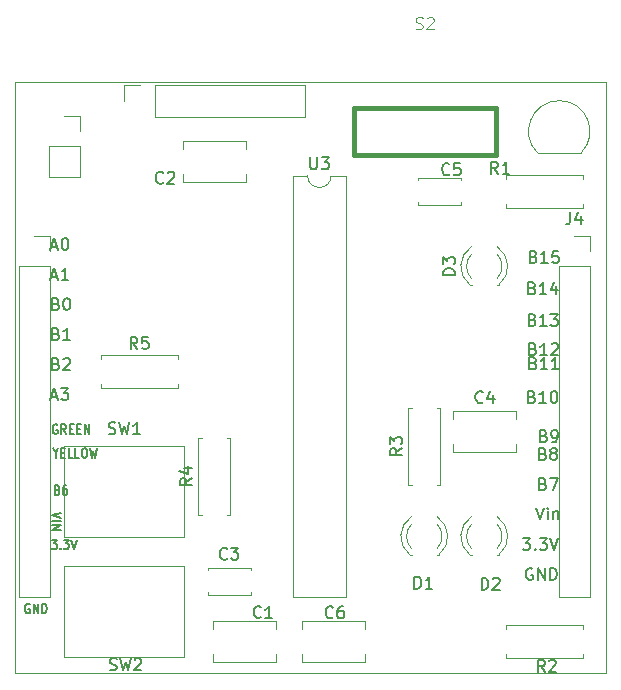
<source format=gbr>
%TF.GenerationSoftware,KiCad,Pcbnew,7.0.1*%
%TF.CreationDate,2023-04-22T15:39:36-05:00*%
%TF.ProjectId,HW4,4857342e-6b69-4636-9164-5f7063625858,rev?*%
%TF.SameCoordinates,Original*%
%TF.FileFunction,Legend,Top*%
%TF.FilePolarity,Positive*%
%FSLAX46Y46*%
G04 Gerber Fmt 4.6, Leading zero omitted, Abs format (unit mm)*
G04 Created by KiCad (PCBNEW 7.0.1) date 2023-04-22 15:39:36*
%MOMM*%
%LPD*%
G01*
G04 APERTURE LIST*
%ADD10C,0.150000*%
%ADD11C,0.100000*%
%ADD12C,0.120000*%
%ADD13C,0.400000*%
%TA.AperFunction,Profile*%
%ADD14C,0.100000*%
%TD*%
G04 APERTURE END LIST*
D10*
X101200169Y-144192484D02*
X101133502Y-144154389D01*
X101133502Y-144154389D02*
X101033502Y-144154389D01*
X101033502Y-144154389D02*
X100933502Y-144192484D01*
X100933502Y-144192484D02*
X100866836Y-144268674D01*
X100866836Y-144268674D02*
X100833502Y-144344865D01*
X100833502Y-144344865D02*
X100800169Y-144497246D01*
X100800169Y-144497246D02*
X100800169Y-144611532D01*
X100800169Y-144611532D02*
X100833502Y-144763913D01*
X100833502Y-144763913D02*
X100866836Y-144840103D01*
X100866836Y-144840103D02*
X100933502Y-144916294D01*
X100933502Y-144916294D02*
X101033502Y-144954389D01*
X101033502Y-144954389D02*
X101100169Y-144954389D01*
X101100169Y-144954389D02*
X101200169Y-144916294D01*
X101200169Y-144916294D02*
X101233502Y-144878198D01*
X101233502Y-144878198D02*
X101233502Y-144611532D01*
X101233502Y-144611532D02*
X101100169Y-144611532D01*
X101533502Y-144954389D02*
X101533502Y-144154389D01*
X101533502Y-144154389D02*
X101933502Y-144954389D01*
X101933502Y-144954389D02*
X101933502Y-144154389D01*
X102266835Y-144954389D02*
X102266835Y-144154389D01*
X102266835Y-144154389D02*
X102433502Y-144154389D01*
X102433502Y-144154389D02*
X102533502Y-144192484D01*
X102533502Y-144192484D02*
X102600169Y-144268674D01*
X102600169Y-144268674D02*
X102633502Y-144344865D01*
X102633502Y-144344865D02*
X102666835Y-144497246D01*
X102666835Y-144497246D02*
X102666835Y-144611532D01*
X102666835Y-144611532D02*
X102633502Y-144763913D01*
X102633502Y-144763913D02*
X102600169Y-144840103D01*
X102600169Y-144840103D02*
X102533502Y-144916294D01*
X102533502Y-144916294D02*
X102433502Y-144954389D01*
X102433502Y-144954389D02*
X102266835Y-144954389D01*
X103091019Y-138712742D02*
X103524352Y-138712742D01*
X103524352Y-138712742D02*
X103291019Y-139017504D01*
X103291019Y-139017504D02*
X103391019Y-139017504D01*
X103391019Y-139017504D02*
X103457685Y-139055599D01*
X103457685Y-139055599D02*
X103491019Y-139093694D01*
X103491019Y-139093694D02*
X103524352Y-139169885D01*
X103524352Y-139169885D02*
X103524352Y-139360361D01*
X103524352Y-139360361D02*
X103491019Y-139436551D01*
X103491019Y-139436551D02*
X103457685Y-139474647D01*
X103457685Y-139474647D02*
X103391019Y-139512742D01*
X103391019Y-139512742D02*
X103191019Y-139512742D01*
X103191019Y-139512742D02*
X103124352Y-139474647D01*
X103124352Y-139474647D02*
X103091019Y-139436551D01*
X103824352Y-139436551D02*
X103857686Y-139474647D01*
X103857686Y-139474647D02*
X103824352Y-139512742D01*
X103824352Y-139512742D02*
X103791019Y-139474647D01*
X103791019Y-139474647D02*
X103824352Y-139436551D01*
X103824352Y-139436551D02*
X103824352Y-139512742D01*
X104091019Y-138712742D02*
X104524352Y-138712742D01*
X104524352Y-138712742D02*
X104291019Y-139017504D01*
X104291019Y-139017504D02*
X104391019Y-139017504D01*
X104391019Y-139017504D02*
X104457685Y-139055599D01*
X104457685Y-139055599D02*
X104491019Y-139093694D01*
X104491019Y-139093694D02*
X104524352Y-139169885D01*
X104524352Y-139169885D02*
X104524352Y-139360361D01*
X104524352Y-139360361D02*
X104491019Y-139436551D01*
X104491019Y-139436551D02*
X104457685Y-139474647D01*
X104457685Y-139474647D02*
X104391019Y-139512742D01*
X104391019Y-139512742D02*
X104191019Y-139512742D01*
X104191019Y-139512742D02*
X104124352Y-139474647D01*
X104124352Y-139474647D02*
X104091019Y-139436551D01*
X104724352Y-138712742D02*
X104957686Y-139512742D01*
X104957686Y-139512742D02*
X105191019Y-138712742D01*
X103876517Y-136428236D02*
X103076517Y-136661570D01*
X103076517Y-136661570D02*
X103876517Y-136894903D01*
X103076517Y-137128236D02*
X103876517Y-137128236D01*
X103076517Y-137461569D02*
X103876517Y-137461569D01*
X103876517Y-137461569D02*
X103076517Y-137861569D01*
X103076517Y-137861569D02*
X103876517Y-137861569D01*
X103557421Y-134497773D02*
X103657421Y-134535868D01*
X103657421Y-134535868D02*
X103690754Y-134573964D01*
X103690754Y-134573964D02*
X103724087Y-134650154D01*
X103724087Y-134650154D02*
X103724087Y-134764440D01*
X103724087Y-134764440D02*
X103690754Y-134840630D01*
X103690754Y-134840630D02*
X103657421Y-134878726D01*
X103657421Y-134878726D02*
X103590754Y-134916821D01*
X103590754Y-134916821D02*
X103324087Y-134916821D01*
X103324087Y-134916821D02*
X103324087Y-134116821D01*
X103324087Y-134116821D02*
X103557421Y-134116821D01*
X103557421Y-134116821D02*
X103624087Y-134154916D01*
X103624087Y-134154916D02*
X103657421Y-134193011D01*
X103657421Y-134193011D02*
X103690754Y-134269202D01*
X103690754Y-134269202D02*
X103690754Y-134345392D01*
X103690754Y-134345392D02*
X103657421Y-134421583D01*
X103657421Y-134421583D02*
X103624087Y-134459678D01*
X103624087Y-134459678D02*
X103557421Y-134497773D01*
X103557421Y-134497773D02*
X103324087Y-134497773D01*
X104324087Y-134116821D02*
X104190754Y-134116821D01*
X104190754Y-134116821D02*
X104124087Y-134154916D01*
X104124087Y-134154916D02*
X104090754Y-134193011D01*
X104090754Y-134193011D02*
X104024087Y-134307297D01*
X104024087Y-134307297D02*
X103990754Y-134459678D01*
X103990754Y-134459678D02*
X103990754Y-134764440D01*
X103990754Y-134764440D02*
X104024087Y-134840630D01*
X104024087Y-134840630D02*
X104057421Y-134878726D01*
X104057421Y-134878726D02*
X104124087Y-134916821D01*
X104124087Y-134916821D02*
X104257421Y-134916821D01*
X104257421Y-134916821D02*
X104324087Y-134878726D01*
X104324087Y-134878726D02*
X104357421Y-134840630D01*
X104357421Y-134840630D02*
X104390754Y-134764440D01*
X104390754Y-134764440D02*
X104390754Y-134573964D01*
X104390754Y-134573964D02*
X104357421Y-134497773D01*
X104357421Y-134497773D02*
X104324087Y-134459678D01*
X104324087Y-134459678D02*
X104257421Y-134421583D01*
X104257421Y-134421583D02*
X104124087Y-134421583D01*
X104124087Y-134421583D02*
X104057421Y-134459678D01*
X104057421Y-134459678D02*
X104024087Y-134497773D01*
X104024087Y-134497773D02*
X103990754Y-134573964D01*
X103412039Y-131404485D02*
X103412039Y-131785438D01*
X103178705Y-130985438D02*
X103412039Y-131404485D01*
X103412039Y-131404485D02*
X103645372Y-130985438D01*
X103878705Y-131366390D02*
X104112039Y-131366390D01*
X104212039Y-131785438D02*
X103878705Y-131785438D01*
X103878705Y-131785438D02*
X103878705Y-130985438D01*
X103878705Y-130985438D02*
X104212039Y-130985438D01*
X104845372Y-131785438D02*
X104512038Y-131785438D01*
X104512038Y-131785438D02*
X104512038Y-130985438D01*
X105412039Y-131785438D02*
X105078705Y-131785438D01*
X105078705Y-131785438D02*
X105078705Y-130985438D01*
X105778706Y-130985438D02*
X105912039Y-130985438D01*
X105912039Y-130985438D02*
X105978706Y-131023533D01*
X105978706Y-131023533D02*
X106045372Y-131099723D01*
X106045372Y-131099723D02*
X106078706Y-131252104D01*
X106078706Y-131252104D02*
X106078706Y-131518771D01*
X106078706Y-131518771D02*
X106045372Y-131671152D01*
X106045372Y-131671152D02*
X105978706Y-131747343D01*
X105978706Y-131747343D02*
X105912039Y-131785438D01*
X105912039Y-131785438D02*
X105778706Y-131785438D01*
X105778706Y-131785438D02*
X105712039Y-131747343D01*
X105712039Y-131747343D02*
X105645372Y-131671152D01*
X105645372Y-131671152D02*
X105612039Y-131518771D01*
X105612039Y-131518771D02*
X105612039Y-131252104D01*
X105612039Y-131252104D02*
X105645372Y-131099723D01*
X105645372Y-131099723D02*
X105712039Y-131023533D01*
X105712039Y-131023533D02*
X105778706Y-130985438D01*
X106312039Y-130985438D02*
X106478705Y-131785438D01*
X106478705Y-131785438D02*
X106612039Y-131214009D01*
X106612039Y-131214009D02*
X106745372Y-131785438D01*
X106745372Y-131785438D02*
X106912039Y-130985438D01*
X103554607Y-128992117D02*
X103487940Y-128954022D01*
X103487940Y-128954022D02*
X103387940Y-128954022D01*
X103387940Y-128954022D02*
X103287940Y-128992117D01*
X103287940Y-128992117D02*
X103221274Y-129068307D01*
X103221274Y-129068307D02*
X103187940Y-129144498D01*
X103187940Y-129144498D02*
X103154607Y-129296879D01*
X103154607Y-129296879D02*
X103154607Y-129411165D01*
X103154607Y-129411165D02*
X103187940Y-129563546D01*
X103187940Y-129563546D02*
X103221274Y-129639736D01*
X103221274Y-129639736D02*
X103287940Y-129715927D01*
X103287940Y-129715927D02*
X103387940Y-129754022D01*
X103387940Y-129754022D02*
X103454607Y-129754022D01*
X103454607Y-129754022D02*
X103554607Y-129715927D01*
X103554607Y-129715927D02*
X103587940Y-129677831D01*
X103587940Y-129677831D02*
X103587940Y-129411165D01*
X103587940Y-129411165D02*
X103454607Y-129411165D01*
X104287940Y-129754022D02*
X104054607Y-129373069D01*
X103887940Y-129754022D02*
X103887940Y-128954022D01*
X103887940Y-128954022D02*
X104154607Y-128954022D01*
X104154607Y-128954022D02*
X104221274Y-128992117D01*
X104221274Y-128992117D02*
X104254607Y-129030212D01*
X104254607Y-129030212D02*
X104287940Y-129106403D01*
X104287940Y-129106403D02*
X104287940Y-129220688D01*
X104287940Y-129220688D02*
X104254607Y-129296879D01*
X104254607Y-129296879D02*
X104221274Y-129334974D01*
X104221274Y-129334974D02*
X104154607Y-129373069D01*
X104154607Y-129373069D02*
X103887940Y-129373069D01*
X104587940Y-129334974D02*
X104821274Y-129334974D01*
X104921274Y-129754022D02*
X104587940Y-129754022D01*
X104587940Y-129754022D02*
X104587940Y-128954022D01*
X104587940Y-128954022D02*
X104921274Y-128954022D01*
X105221273Y-129334974D02*
X105454607Y-129334974D01*
X105554607Y-129754022D02*
X105221273Y-129754022D01*
X105221273Y-129754022D02*
X105221273Y-128954022D01*
X105221273Y-128954022D02*
X105554607Y-128954022D01*
X105854606Y-129754022D02*
X105854606Y-128954022D01*
X105854606Y-128954022D02*
X106254606Y-129754022D01*
X106254606Y-129754022D02*
X106254606Y-128954022D01*
X103060476Y-126591904D02*
X103536666Y-126591904D01*
X102965238Y-126877619D02*
X103298571Y-125877619D01*
X103298571Y-125877619D02*
X103631904Y-126877619D01*
X103870000Y-125877619D02*
X104489047Y-125877619D01*
X104489047Y-125877619D02*
X104155714Y-126258571D01*
X104155714Y-126258571D02*
X104298571Y-126258571D01*
X104298571Y-126258571D02*
X104393809Y-126306190D01*
X104393809Y-126306190D02*
X104441428Y-126353809D01*
X104441428Y-126353809D02*
X104489047Y-126449047D01*
X104489047Y-126449047D02*
X104489047Y-126687142D01*
X104489047Y-126687142D02*
X104441428Y-126782380D01*
X104441428Y-126782380D02*
X104393809Y-126830000D01*
X104393809Y-126830000D02*
X104298571Y-126877619D01*
X104298571Y-126877619D02*
X104012857Y-126877619D01*
X104012857Y-126877619D02*
X103917619Y-126830000D01*
X103917619Y-126830000D02*
X103870000Y-126782380D01*
X103441428Y-123813809D02*
X103584285Y-123861428D01*
X103584285Y-123861428D02*
X103631904Y-123909047D01*
X103631904Y-123909047D02*
X103679523Y-124004285D01*
X103679523Y-124004285D02*
X103679523Y-124147142D01*
X103679523Y-124147142D02*
X103631904Y-124242380D01*
X103631904Y-124242380D02*
X103584285Y-124290000D01*
X103584285Y-124290000D02*
X103489047Y-124337619D01*
X103489047Y-124337619D02*
X103108095Y-124337619D01*
X103108095Y-124337619D02*
X103108095Y-123337619D01*
X103108095Y-123337619D02*
X103441428Y-123337619D01*
X103441428Y-123337619D02*
X103536666Y-123385238D01*
X103536666Y-123385238D02*
X103584285Y-123432857D01*
X103584285Y-123432857D02*
X103631904Y-123528095D01*
X103631904Y-123528095D02*
X103631904Y-123623333D01*
X103631904Y-123623333D02*
X103584285Y-123718571D01*
X103584285Y-123718571D02*
X103536666Y-123766190D01*
X103536666Y-123766190D02*
X103441428Y-123813809D01*
X103441428Y-123813809D02*
X103108095Y-123813809D01*
X104060476Y-123432857D02*
X104108095Y-123385238D01*
X104108095Y-123385238D02*
X104203333Y-123337619D01*
X104203333Y-123337619D02*
X104441428Y-123337619D01*
X104441428Y-123337619D02*
X104536666Y-123385238D01*
X104536666Y-123385238D02*
X104584285Y-123432857D01*
X104584285Y-123432857D02*
X104631904Y-123528095D01*
X104631904Y-123528095D02*
X104631904Y-123623333D01*
X104631904Y-123623333D02*
X104584285Y-123766190D01*
X104584285Y-123766190D02*
X104012857Y-124337619D01*
X104012857Y-124337619D02*
X104631904Y-124337619D01*
X103441428Y-121273809D02*
X103584285Y-121321428D01*
X103584285Y-121321428D02*
X103631904Y-121369047D01*
X103631904Y-121369047D02*
X103679523Y-121464285D01*
X103679523Y-121464285D02*
X103679523Y-121607142D01*
X103679523Y-121607142D02*
X103631904Y-121702380D01*
X103631904Y-121702380D02*
X103584285Y-121750000D01*
X103584285Y-121750000D02*
X103489047Y-121797619D01*
X103489047Y-121797619D02*
X103108095Y-121797619D01*
X103108095Y-121797619D02*
X103108095Y-120797619D01*
X103108095Y-120797619D02*
X103441428Y-120797619D01*
X103441428Y-120797619D02*
X103536666Y-120845238D01*
X103536666Y-120845238D02*
X103584285Y-120892857D01*
X103584285Y-120892857D02*
X103631904Y-120988095D01*
X103631904Y-120988095D02*
X103631904Y-121083333D01*
X103631904Y-121083333D02*
X103584285Y-121178571D01*
X103584285Y-121178571D02*
X103536666Y-121226190D01*
X103536666Y-121226190D02*
X103441428Y-121273809D01*
X103441428Y-121273809D02*
X103108095Y-121273809D01*
X104631904Y-121797619D02*
X104060476Y-121797619D01*
X104346190Y-121797619D02*
X104346190Y-120797619D01*
X104346190Y-120797619D02*
X104250952Y-120940476D01*
X104250952Y-120940476D02*
X104155714Y-121035714D01*
X104155714Y-121035714D02*
X104060476Y-121083333D01*
X103441428Y-118733809D02*
X103584285Y-118781428D01*
X103584285Y-118781428D02*
X103631904Y-118829047D01*
X103631904Y-118829047D02*
X103679523Y-118924285D01*
X103679523Y-118924285D02*
X103679523Y-119067142D01*
X103679523Y-119067142D02*
X103631904Y-119162380D01*
X103631904Y-119162380D02*
X103584285Y-119210000D01*
X103584285Y-119210000D02*
X103489047Y-119257619D01*
X103489047Y-119257619D02*
X103108095Y-119257619D01*
X103108095Y-119257619D02*
X103108095Y-118257619D01*
X103108095Y-118257619D02*
X103441428Y-118257619D01*
X103441428Y-118257619D02*
X103536666Y-118305238D01*
X103536666Y-118305238D02*
X103584285Y-118352857D01*
X103584285Y-118352857D02*
X103631904Y-118448095D01*
X103631904Y-118448095D02*
X103631904Y-118543333D01*
X103631904Y-118543333D02*
X103584285Y-118638571D01*
X103584285Y-118638571D02*
X103536666Y-118686190D01*
X103536666Y-118686190D02*
X103441428Y-118733809D01*
X103441428Y-118733809D02*
X103108095Y-118733809D01*
X104298571Y-118257619D02*
X104393809Y-118257619D01*
X104393809Y-118257619D02*
X104489047Y-118305238D01*
X104489047Y-118305238D02*
X104536666Y-118352857D01*
X104536666Y-118352857D02*
X104584285Y-118448095D01*
X104584285Y-118448095D02*
X104631904Y-118638571D01*
X104631904Y-118638571D02*
X104631904Y-118876666D01*
X104631904Y-118876666D02*
X104584285Y-119067142D01*
X104584285Y-119067142D02*
X104536666Y-119162380D01*
X104536666Y-119162380D02*
X104489047Y-119210000D01*
X104489047Y-119210000D02*
X104393809Y-119257619D01*
X104393809Y-119257619D02*
X104298571Y-119257619D01*
X104298571Y-119257619D02*
X104203333Y-119210000D01*
X104203333Y-119210000D02*
X104155714Y-119162380D01*
X104155714Y-119162380D02*
X104108095Y-119067142D01*
X104108095Y-119067142D02*
X104060476Y-118876666D01*
X104060476Y-118876666D02*
X104060476Y-118638571D01*
X104060476Y-118638571D02*
X104108095Y-118448095D01*
X104108095Y-118448095D02*
X104155714Y-118352857D01*
X104155714Y-118352857D02*
X104203333Y-118305238D01*
X104203333Y-118305238D02*
X104298571Y-118257619D01*
X103060476Y-116431904D02*
X103536666Y-116431904D01*
X102965238Y-116717619D02*
X103298571Y-115717619D01*
X103298571Y-115717619D02*
X103631904Y-116717619D01*
X104489047Y-116717619D02*
X103917619Y-116717619D01*
X104203333Y-116717619D02*
X104203333Y-115717619D01*
X104203333Y-115717619D02*
X104108095Y-115860476D01*
X104108095Y-115860476D02*
X104012857Y-115955714D01*
X104012857Y-115955714D02*
X103917619Y-116003333D01*
X103060476Y-113891904D02*
X103536666Y-113891904D01*
X102965238Y-114177619D02*
X103298571Y-113177619D01*
X103298571Y-113177619D02*
X103631904Y-114177619D01*
X104155714Y-113177619D02*
X104250952Y-113177619D01*
X104250952Y-113177619D02*
X104346190Y-113225238D01*
X104346190Y-113225238D02*
X104393809Y-113272857D01*
X104393809Y-113272857D02*
X104441428Y-113368095D01*
X104441428Y-113368095D02*
X104489047Y-113558571D01*
X104489047Y-113558571D02*
X104489047Y-113796666D01*
X104489047Y-113796666D02*
X104441428Y-113987142D01*
X104441428Y-113987142D02*
X104393809Y-114082380D01*
X104393809Y-114082380D02*
X104346190Y-114130000D01*
X104346190Y-114130000D02*
X104250952Y-114177619D01*
X104250952Y-114177619D02*
X104155714Y-114177619D01*
X104155714Y-114177619D02*
X104060476Y-114130000D01*
X104060476Y-114130000D02*
X104012857Y-114082380D01*
X104012857Y-114082380D02*
X103965238Y-113987142D01*
X103965238Y-113987142D02*
X103917619Y-113796666D01*
X103917619Y-113796666D02*
X103917619Y-113558571D01*
X103917619Y-113558571D02*
X103965238Y-113368095D01*
X103965238Y-113368095D02*
X104012857Y-113272857D01*
X104012857Y-113272857D02*
X104060476Y-113225238D01*
X104060476Y-113225238D02*
X104155714Y-113177619D01*
X143764285Y-141165238D02*
X143669047Y-141117619D01*
X143669047Y-141117619D02*
X143526190Y-141117619D01*
X143526190Y-141117619D02*
X143383333Y-141165238D01*
X143383333Y-141165238D02*
X143288095Y-141260476D01*
X143288095Y-141260476D02*
X143240476Y-141355714D01*
X143240476Y-141355714D02*
X143192857Y-141546190D01*
X143192857Y-141546190D02*
X143192857Y-141689047D01*
X143192857Y-141689047D02*
X143240476Y-141879523D01*
X143240476Y-141879523D02*
X143288095Y-141974761D01*
X143288095Y-141974761D02*
X143383333Y-142070000D01*
X143383333Y-142070000D02*
X143526190Y-142117619D01*
X143526190Y-142117619D02*
X143621428Y-142117619D01*
X143621428Y-142117619D02*
X143764285Y-142070000D01*
X143764285Y-142070000D02*
X143811904Y-142022380D01*
X143811904Y-142022380D02*
X143811904Y-141689047D01*
X143811904Y-141689047D02*
X143621428Y-141689047D01*
X144240476Y-142117619D02*
X144240476Y-141117619D01*
X144240476Y-141117619D02*
X144811904Y-142117619D01*
X144811904Y-142117619D02*
X144811904Y-141117619D01*
X145288095Y-142117619D02*
X145288095Y-141117619D01*
X145288095Y-141117619D02*
X145526190Y-141117619D01*
X145526190Y-141117619D02*
X145669047Y-141165238D01*
X145669047Y-141165238D02*
X145764285Y-141260476D01*
X145764285Y-141260476D02*
X145811904Y-141355714D01*
X145811904Y-141355714D02*
X145859523Y-141546190D01*
X145859523Y-141546190D02*
X145859523Y-141689047D01*
X145859523Y-141689047D02*
X145811904Y-141879523D01*
X145811904Y-141879523D02*
X145764285Y-141974761D01*
X145764285Y-141974761D02*
X145669047Y-142070000D01*
X145669047Y-142070000D02*
X145526190Y-142117619D01*
X145526190Y-142117619D02*
X145288095Y-142117619D01*
X142954762Y-138577619D02*
X143573809Y-138577619D01*
X143573809Y-138577619D02*
X143240476Y-138958571D01*
X143240476Y-138958571D02*
X143383333Y-138958571D01*
X143383333Y-138958571D02*
X143478571Y-139006190D01*
X143478571Y-139006190D02*
X143526190Y-139053809D01*
X143526190Y-139053809D02*
X143573809Y-139149047D01*
X143573809Y-139149047D02*
X143573809Y-139387142D01*
X143573809Y-139387142D02*
X143526190Y-139482380D01*
X143526190Y-139482380D02*
X143478571Y-139530000D01*
X143478571Y-139530000D02*
X143383333Y-139577619D01*
X143383333Y-139577619D02*
X143097619Y-139577619D01*
X143097619Y-139577619D02*
X143002381Y-139530000D01*
X143002381Y-139530000D02*
X142954762Y-139482380D01*
X144002381Y-139482380D02*
X144050000Y-139530000D01*
X144050000Y-139530000D02*
X144002381Y-139577619D01*
X144002381Y-139577619D02*
X143954762Y-139530000D01*
X143954762Y-139530000D02*
X144002381Y-139482380D01*
X144002381Y-139482380D02*
X144002381Y-139577619D01*
X144383333Y-138577619D02*
X145002380Y-138577619D01*
X145002380Y-138577619D02*
X144669047Y-138958571D01*
X144669047Y-138958571D02*
X144811904Y-138958571D01*
X144811904Y-138958571D02*
X144907142Y-139006190D01*
X144907142Y-139006190D02*
X144954761Y-139053809D01*
X144954761Y-139053809D02*
X145002380Y-139149047D01*
X145002380Y-139149047D02*
X145002380Y-139387142D01*
X145002380Y-139387142D02*
X144954761Y-139482380D01*
X144954761Y-139482380D02*
X144907142Y-139530000D01*
X144907142Y-139530000D02*
X144811904Y-139577619D01*
X144811904Y-139577619D02*
X144526190Y-139577619D01*
X144526190Y-139577619D02*
X144430952Y-139530000D01*
X144430952Y-139530000D02*
X144383333Y-139482380D01*
X145288095Y-138577619D02*
X145621428Y-139577619D01*
X145621428Y-139577619D02*
X145954761Y-138577619D01*
X144074251Y-135992236D02*
X144407584Y-136992236D01*
X144407584Y-136992236D02*
X144740917Y-135992236D01*
X145074251Y-136992236D02*
X145074251Y-136325569D01*
X145074251Y-135992236D02*
X145026632Y-136039855D01*
X145026632Y-136039855D02*
X145074251Y-136087474D01*
X145074251Y-136087474D02*
X145121870Y-136039855D01*
X145121870Y-136039855D02*
X145074251Y-135992236D01*
X145074251Y-135992236D02*
X145074251Y-136087474D01*
X145550441Y-136325569D02*
X145550441Y-136992236D01*
X145550441Y-136420807D02*
X145598060Y-136373188D01*
X145598060Y-136373188D02*
X145693298Y-136325569D01*
X145693298Y-136325569D02*
X145836155Y-136325569D01*
X145836155Y-136325569D02*
X145931393Y-136373188D01*
X145931393Y-136373188D02*
X145979012Y-136468426D01*
X145979012Y-136468426D02*
X145979012Y-136992236D01*
X144669047Y-133973809D02*
X144811904Y-134021428D01*
X144811904Y-134021428D02*
X144859523Y-134069047D01*
X144859523Y-134069047D02*
X144907142Y-134164285D01*
X144907142Y-134164285D02*
X144907142Y-134307142D01*
X144907142Y-134307142D02*
X144859523Y-134402380D01*
X144859523Y-134402380D02*
X144811904Y-134450000D01*
X144811904Y-134450000D02*
X144716666Y-134497619D01*
X144716666Y-134497619D02*
X144335714Y-134497619D01*
X144335714Y-134497619D02*
X144335714Y-133497619D01*
X144335714Y-133497619D02*
X144669047Y-133497619D01*
X144669047Y-133497619D02*
X144764285Y-133545238D01*
X144764285Y-133545238D02*
X144811904Y-133592857D01*
X144811904Y-133592857D02*
X144859523Y-133688095D01*
X144859523Y-133688095D02*
X144859523Y-133783333D01*
X144859523Y-133783333D02*
X144811904Y-133878571D01*
X144811904Y-133878571D02*
X144764285Y-133926190D01*
X144764285Y-133926190D02*
X144669047Y-133973809D01*
X144669047Y-133973809D02*
X144335714Y-133973809D01*
X145240476Y-133497619D02*
X145907142Y-133497619D01*
X145907142Y-133497619D02*
X145478571Y-134497619D01*
X144669047Y-131433809D02*
X144811904Y-131481428D01*
X144811904Y-131481428D02*
X144859523Y-131529047D01*
X144859523Y-131529047D02*
X144907142Y-131624285D01*
X144907142Y-131624285D02*
X144907142Y-131767142D01*
X144907142Y-131767142D02*
X144859523Y-131862380D01*
X144859523Y-131862380D02*
X144811904Y-131910000D01*
X144811904Y-131910000D02*
X144716666Y-131957619D01*
X144716666Y-131957619D02*
X144335714Y-131957619D01*
X144335714Y-131957619D02*
X144335714Y-130957619D01*
X144335714Y-130957619D02*
X144669047Y-130957619D01*
X144669047Y-130957619D02*
X144764285Y-131005238D01*
X144764285Y-131005238D02*
X144811904Y-131052857D01*
X144811904Y-131052857D02*
X144859523Y-131148095D01*
X144859523Y-131148095D02*
X144859523Y-131243333D01*
X144859523Y-131243333D02*
X144811904Y-131338571D01*
X144811904Y-131338571D02*
X144764285Y-131386190D01*
X144764285Y-131386190D02*
X144669047Y-131433809D01*
X144669047Y-131433809D02*
X144335714Y-131433809D01*
X145478571Y-131386190D02*
X145383333Y-131338571D01*
X145383333Y-131338571D02*
X145335714Y-131290952D01*
X145335714Y-131290952D02*
X145288095Y-131195714D01*
X145288095Y-131195714D02*
X145288095Y-131148095D01*
X145288095Y-131148095D02*
X145335714Y-131052857D01*
X145335714Y-131052857D02*
X145383333Y-131005238D01*
X145383333Y-131005238D02*
X145478571Y-130957619D01*
X145478571Y-130957619D02*
X145669047Y-130957619D01*
X145669047Y-130957619D02*
X145764285Y-131005238D01*
X145764285Y-131005238D02*
X145811904Y-131052857D01*
X145811904Y-131052857D02*
X145859523Y-131148095D01*
X145859523Y-131148095D02*
X145859523Y-131195714D01*
X145859523Y-131195714D02*
X145811904Y-131290952D01*
X145811904Y-131290952D02*
X145764285Y-131338571D01*
X145764285Y-131338571D02*
X145669047Y-131386190D01*
X145669047Y-131386190D02*
X145478571Y-131386190D01*
X145478571Y-131386190D02*
X145383333Y-131433809D01*
X145383333Y-131433809D02*
X145335714Y-131481428D01*
X145335714Y-131481428D02*
X145288095Y-131576666D01*
X145288095Y-131576666D02*
X145288095Y-131767142D01*
X145288095Y-131767142D02*
X145335714Y-131862380D01*
X145335714Y-131862380D02*
X145383333Y-131910000D01*
X145383333Y-131910000D02*
X145478571Y-131957619D01*
X145478571Y-131957619D02*
X145669047Y-131957619D01*
X145669047Y-131957619D02*
X145764285Y-131910000D01*
X145764285Y-131910000D02*
X145811904Y-131862380D01*
X145811904Y-131862380D02*
X145859523Y-131767142D01*
X145859523Y-131767142D02*
X145859523Y-131576666D01*
X145859523Y-131576666D02*
X145811904Y-131481428D01*
X145811904Y-131481428D02*
X145764285Y-131433809D01*
X145764285Y-131433809D02*
X145669047Y-131386190D01*
X144737692Y-129929905D02*
X144880549Y-129977524D01*
X144880549Y-129977524D02*
X144928168Y-130025143D01*
X144928168Y-130025143D02*
X144975787Y-130120381D01*
X144975787Y-130120381D02*
X144975787Y-130263238D01*
X144975787Y-130263238D02*
X144928168Y-130358476D01*
X144928168Y-130358476D02*
X144880549Y-130406096D01*
X144880549Y-130406096D02*
X144785311Y-130453715D01*
X144785311Y-130453715D02*
X144404359Y-130453715D01*
X144404359Y-130453715D02*
X144404359Y-129453715D01*
X144404359Y-129453715D02*
X144737692Y-129453715D01*
X144737692Y-129453715D02*
X144832930Y-129501334D01*
X144832930Y-129501334D02*
X144880549Y-129548953D01*
X144880549Y-129548953D02*
X144928168Y-129644191D01*
X144928168Y-129644191D02*
X144928168Y-129739429D01*
X144928168Y-129739429D02*
X144880549Y-129834667D01*
X144880549Y-129834667D02*
X144832930Y-129882286D01*
X144832930Y-129882286D02*
X144737692Y-129929905D01*
X144737692Y-129929905D02*
X144404359Y-129929905D01*
X145451978Y-130453715D02*
X145642454Y-130453715D01*
X145642454Y-130453715D02*
X145737692Y-130406096D01*
X145737692Y-130406096D02*
X145785311Y-130358476D01*
X145785311Y-130358476D02*
X145880549Y-130215619D01*
X145880549Y-130215619D02*
X145928168Y-130025143D01*
X145928168Y-130025143D02*
X145928168Y-129644191D01*
X145928168Y-129644191D02*
X145880549Y-129548953D01*
X145880549Y-129548953D02*
X145832930Y-129501334D01*
X145832930Y-129501334D02*
X145737692Y-129453715D01*
X145737692Y-129453715D02*
X145547216Y-129453715D01*
X145547216Y-129453715D02*
X145451978Y-129501334D01*
X145451978Y-129501334D02*
X145404359Y-129548953D01*
X145404359Y-129548953D02*
X145356740Y-129644191D01*
X145356740Y-129644191D02*
X145356740Y-129882286D01*
X145356740Y-129882286D02*
X145404359Y-129977524D01*
X145404359Y-129977524D02*
X145451978Y-130025143D01*
X145451978Y-130025143D02*
X145547216Y-130072762D01*
X145547216Y-130072762D02*
X145737692Y-130072762D01*
X145737692Y-130072762D02*
X145832930Y-130025143D01*
X145832930Y-130025143D02*
X145880549Y-129977524D01*
X145880549Y-129977524D02*
X145928168Y-129882286D01*
X143867940Y-114750951D02*
X144010797Y-114798570D01*
X144010797Y-114798570D02*
X144058416Y-114846189D01*
X144058416Y-114846189D02*
X144106035Y-114941427D01*
X144106035Y-114941427D02*
X144106035Y-115084284D01*
X144106035Y-115084284D02*
X144058416Y-115179522D01*
X144058416Y-115179522D02*
X144010797Y-115227142D01*
X144010797Y-115227142D02*
X143915559Y-115274761D01*
X143915559Y-115274761D02*
X143534607Y-115274761D01*
X143534607Y-115274761D02*
X143534607Y-114274761D01*
X143534607Y-114274761D02*
X143867940Y-114274761D01*
X143867940Y-114274761D02*
X143963178Y-114322380D01*
X143963178Y-114322380D02*
X144010797Y-114369999D01*
X144010797Y-114369999D02*
X144058416Y-114465237D01*
X144058416Y-114465237D02*
X144058416Y-114560475D01*
X144058416Y-114560475D02*
X144010797Y-114655713D01*
X144010797Y-114655713D02*
X143963178Y-114703332D01*
X143963178Y-114703332D02*
X143867940Y-114750951D01*
X143867940Y-114750951D02*
X143534607Y-114750951D01*
X145058416Y-115274761D02*
X144486988Y-115274761D01*
X144772702Y-115274761D02*
X144772702Y-114274761D01*
X144772702Y-114274761D02*
X144677464Y-114417618D01*
X144677464Y-114417618D02*
X144582226Y-114512856D01*
X144582226Y-114512856D02*
X144486988Y-114560475D01*
X145963178Y-114274761D02*
X145486988Y-114274761D01*
X145486988Y-114274761D02*
X145439369Y-114750951D01*
X145439369Y-114750951D02*
X145486988Y-114703332D01*
X145486988Y-114703332D02*
X145582226Y-114655713D01*
X145582226Y-114655713D02*
X145820321Y-114655713D01*
X145820321Y-114655713D02*
X145915559Y-114703332D01*
X145915559Y-114703332D02*
X145963178Y-114750951D01*
X145963178Y-114750951D02*
X146010797Y-114846189D01*
X146010797Y-114846189D02*
X146010797Y-115084284D01*
X146010797Y-115084284D02*
X145963178Y-115179522D01*
X145963178Y-115179522D02*
X145915559Y-115227142D01*
X145915559Y-115227142D02*
X145820321Y-115274761D01*
X145820321Y-115274761D02*
X145582226Y-115274761D01*
X145582226Y-115274761D02*
X145486988Y-115227142D01*
X145486988Y-115227142D02*
X145439369Y-115179522D01*
X143762048Y-117401886D02*
X143904905Y-117449505D01*
X143904905Y-117449505D02*
X143952524Y-117497124D01*
X143952524Y-117497124D02*
X144000143Y-117592362D01*
X144000143Y-117592362D02*
X144000143Y-117735219D01*
X144000143Y-117735219D02*
X143952524Y-117830457D01*
X143952524Y-117830457D02*
X143904905Y-117878077D01*
X143904905Y-117878077D02*
X143809667Y-117925696D01*
X143809667Y-117925696D02*
X143428715Y-117925696D01*
X143428715Y-117925696D02*
X143428715Y-116925696D01*
X143428715Y-116925696D02*
X143762048Y-116925696D01*
X143762048Y-116925696D02*
X143857286Y-116973315D01*
X143857286Y-116973315D02*
X143904905Y-117020934D01*
X143904905Y-117020934D02*
X143952524Y-117116172D01*
X143952524Y-117116172D02*
X143952524Y-117211410D01*
X143952524Y-117211410D02*
X143904905Y-117306648D01*
X143904905Y-117306648D02*
X143857286Y-117354267D01*
X143857286Y-117354267D02*
X143762048Y-117401886D01*
X143762048Y-117401886D02*
X143428715Y-117401886D01*
X144952524Y-117925696D02*
X144381096Y-117925696D01*
X144666810Y-117925696D02*
X144666810Y-116925696D01*
X144666810Y-116925696D02*
X144571572Y-117068553D01*
X144571572Y-117068553D02*
X144476334Y-117163791D01*
X144476334Y-117163791D02*
X144381096Y-117211410D01*
X145809667Y-117259029D02*
X145809667Y-117925696D01*
X145571572Y-116878077D02*
X145333477Y-117592362D01*
X145333477Y-117592362D02*
X145952524Y-117592362D01*
X143777882Y-120092454D02*
X143920739Y-120140073D01*
X143920739Y-120140073D02*
X143968358Y-120187692D01*
X143968358Y-120187692D02*
X144015977Y-120282930D01*
X144015977Y-120282930D02*
X144015977Y-120425787D01*
X144015977Y-120425787D02*
X143968358Y-120521025D01*
X143968358Y-120521025D02*
X143920739Y-120568645D01*
X143920739Y-120568645D02*
X143825501Y-120616264D01*
X143825501Y-120616264D02*
X143444549Y-120616264D01*
X143444549Y-120616264D02*
X143444549Y-119616264D01*
X143444549Y-119616264D02*
X143777882Y-119616264D01*
X143777882Y-119616264D02*
X143873120Y-119663883D01*
X143873120Y-119663883D02*
X143920739Y-119711502D01*
X143920739Y-119711502D02*
X143968358Y-119806740D01*
X143968358Y-119806740D02*
X143968358Y-119901978D01*
X143968358Y-119901978D02*
X143920739Y-119997216D01*
X143920739Y-119997216D02*
X143873120Y-120044835D01*
X143873120Y-120044835D02*
X143777882Y-120092454D01*
X143777882Y-120092454D02*
X143444549Y-120092454D01*
X144968358Y-120616264D02*
X144396930Y-120616264D01*
X144682644Y-120616264D02*
X144682644Y-119616264D01*
X144682644Y-119616264D02*
X144587406Y-119759121D01*
X144587406Y-119759121D02*
X144492168Y-119854359D01*
X144492168Y-119854359D02*
X144396930Y-119901978D01*
X145301692Y-119616264D02*
X145920739Y-119616264D01*
X145920739Y-119616264D02*
X145587406Y-119997216D01*
X145587406Y-119997216D02*
X145730263Y-119997216D01*
X145730263Y-119997216D02*
X145825501Y-120044835D01*
X145825501Y-120044835D02*
X145873120Y-120092454D01*
X145873120Y-120092454D02*
X145920739Y-120187692D01*
X145920739Y-120187692D02*
X145920739Y-120425787D01*
X145920739Y-120425787D02*
X145873120Y-120521025D01*
X145873120Y-120521025D02*
X145825501Y-120568645D01*
X145825501Y-120568645D02*
X145730263Y-120616264D01*
X145730263Y-120616264D02*
X145444549Y-120616264D01*
X145444549Y-120616264D02*
X145349311Y-120568645D01*
X145349311Y-120568645D02*
X145301692Y-120521025D01*
X143823264Y-122558230D02*
X143966121Y-122605849D01*
X143966121Y-122605849D02*
X144013740Y-122653468D01*
X144013740Y-122653468D02*
X144061359Y-122748706D01*
X144061359Y-122748706D02*
X144061359Y-122891563D01*
X144061359Y-122891563D02*
X144013740Y-122986801D01*
X144013740Y-122986801D02*
X143966121Y-123034421D01*
X143966121Y-123034421D02*
X143870883Y-123082040D01*
X143870883Y-123082040D02*
X143489931Y-123082040D01*
X143489931Y-123082040D02*
X143489931Y-122082040D01*
X143489931Y-122082040D02*
X143823264Y-122082040D01*
X143823264Y-122082040D02*
X143918502Y-122129659D01*
X143918502Y-122129659D02*
X143966121Y-122177278D01*
X143966121Y-122177278D02*
X144013740Y-122272516D01*
X144013740Y-122272516D02*
X144013740Y-122367754D01*
X144013740Y-122367754D02*
X143966121Y-122462992D01*
X143966121Y-122462992D02*
X143918502Y-122510611D01*
X143918502Y-122510611D02*
X143823264Y-122558230D01*
X143823264Y-122558230D02*
X143489931Y-122558230D01*
X145013740Y-123082040D02*
X144442312Y-123082040D01*
X144728026Y-123082040D02*
X144728026Y-122082040D01*
X144728026Y-122082040D02*
X144632788Y-122224897D01*
X144632788Y-122224897D02*
X144537550Y-122320135D01*
X144537550Y-122320135D02*
X144442312Y-122367754D01*
X145394693Y-122177278D02*
X145442312Y-122129659D01*
X145442312Y-122129659D02*
X145537550Y-122082040D01*
X145537550Y-122082040D02*
X145775645Y-122082040D01*
X145775645Y-122082040D02*
X145870883Y-122129659D01*
X145870883Y-122129659D02*
X145918502Y-122177278D01*
X145918502Y-122177278D02*
X145966121Y-122272516D01*
X145966121Y-122272516D02*
X145966121Y-122367754D01*
X145966121Y-122367754D02*
X145918502Y-122510611D01*
X145918502Y-122510611D02*
X145347074Y-123082040D01*
X145347074Y-123082040D02*
X145966121Y-123082040D01*
X143747627Y-126597261D02*
X143890484Y-126644880D01*
X143890484Y-126644880D02*
X143938103Y-126692499D01*
X143938103Y-126692499D02*
X143985722Y-126787737D01*
X143985722Y-126787737D02*
X143985722Y-126930594D01*
X143985722Y-126930594D02*
X143938103Y-127025832D01*
X143938103Y-127025832D02*
X143890484Y-127073452D01*
X143890484Y-127073452D02*
X143795246Y-127121071D01*
X143795246Y-127121071D02*
X143414294Y-127121071D01*
X143414294Y-127121071D02*
X143414294Y-126121071D01*
X143414294Y-126121071D02*
X143747627Y-126121071D01*
X143747627Y-126121071D02*
X143842865Y-126168690D01*
X143842865Y-126168690D02*
X143890484Y-126216309D01*
X143890484Y-126216309D02*
X143938103Y-126311547D01*
X143938103Y-126311547D02*
X143938103Y-126406785D01*
X143938103Y-126406785D02*
X143890484Y-126502023D01*
X143890484Y-126502023D02*
X143842865Y-126549642D01*
X143842865Y-126549642D02*
X143747627Y-126597261D01*
X143747627Y-126597261D02*
X143414294Y-126597261D01*
X144938103Y-127121071D02*
X144366675Y-127121071D01*
X144652389Y-127121071D02*
X144652389Y-126121071D01*
X144652389Y-126121071D02*
X144557151Y-126263928D01*
X144557151Y-126263928D02*
X144461913Y-126359166D01*
X144461913Y-126359166D02*
X144366675Y-126406785D01*
X145557151Y-126121071D02*
X145652389Y-126121071D01*
X145652389Y-126121071D02*
X145747627Y-126168690D01*
X145747627Y-126168690D02*
X145795246Y-126216309D01*
X145795246Y-126216309D02*
X145842865Y-126311547D01*
X145842865Y-126311547D02*
X145890484Y-126502023D01*
X145890484Y-126502023D02*
X145890484Y-126740118D01*
X145890484Y-126740118D02*
X145842865Y-126930594D01*
X145842865Y-126930594D02*
X145795246Y-127025832D01*
X145795246Y-127025832D02*
X145747627Y-127073452D01*
X145747627Y-127073452D02*
X145652389Y-127121071D01*
X145652389Y-127121071D02*
X145557151Y-127121071D01*
X145557151Y-127121071D02*
X145461913Y-127073452D01*
X145461913Y-127073452D02*
X145414294Y-127025832D01*
X145414294Y-127025832D02*
X145366675Y-126930594D01*
X145366675Y-126930594D02*
X145319056Y-126740118D01*
X145319056Y-126740118D02*
X145319056Y-126502023D01*
X145319056Y-126502023D02*
X145366675Y-126311547D01*
X145366675Y-126311547D02*
X145414294Y-126216309D01*
X145414294Y-126216309D02*
X145461913Y-126168690D01*
X145461913Y-126168690D02*
X145557151Y-126121071D01*
X143853519Y-123753299D02*
X143996376Y-123800918D01*
X143996376Y-123800918D02*
X144043995Y-123848537D01*
X144043995Y-123848537D02*
X144091614Y-123943775D01*
X144091614Y-123943775D02*
X144091614Y-124086632D01*
X144091614Y-124086632D02*
X144043995Y-124181870D01*
X144043995Y-124181870D02*
X143996376Y-124229490D01*
X143996376Y-124229490D02*
X143901138Y-124277109D01*
X143901138Y-124277109D02*
X143520186Y-124277109D01*
X143520186Y-124277109D02*
X143520186Y-123277109D01*
X143520186Y-123277109D02*
X143853519Y-123277109D01*
X143853519Y-123277109D02*
X143948757Y-123324728D01*
X143948757Y-123324728D02*
X143996376Y-123372347D01*
X143996376Y-123372347D02*
X144043995Y-123467585D01*
X144043995Y-123467585D02*
X144043995Y-123562823D01*
X144043995Y-123562823D02*
X143996376Y-123658061D01*
X143996376Y-123658061D02*
X143948757Y-123705680D01*
X143948757Y-123705680D02*
X143853519Y-123753299D01*
X143853519Y-123753299D02*
X143520186Y-123753299D01*
X145043995Y-124277109D02*
X144472567Y-124277109D01*
X144758281Y-124277109D02*
X144758281Y-123277109D01*
X144758281Y-123277109D02*
X144663043Y-123419966D01*
X144663043Y-123419966D02*
X144567805Y-123515204D01*
X144567805Y-123515204D02*
X144472567Y-123562823D01*
X145996376Y-124277109D02*
X145424948Y-124277109D01*
X145710662Y-124277109D02*
X145710662Y-123277109D01*
X145710662Y-123277109D02*
X145615424Y-123419966D01*
X145615424Y-123419966D02*
X145520186Y-123515204D01*
X145520186Y-123515204D02*
X145424948Y-123562823D01*
%TO.C,R5*%
X110323333Y-122552619D02*
X109990000Y-122076428D01*
X109751905Y-122552619D02*
X109751905Y-121552619D01*
X109751905Y-121552619D02*
X110132857Y-121552619D01*
X110132857Y-121552619D02*
X110228095Y-121600238D01*
X110228095Y-121600238D02*
X110275714Y-121647857D01*
X110275714Y-121647857D02*
X110323333Y-121743095D01*
X110323333Y-121743095D02*
X110323333Y-121885952D01*
X110323333Y-121885952D02*
X110275714Y-121981190D01*
X110275714Y-121981190D02*
X110228095Y-122028809D01*
X110228095Y-122028809D02*
X110132857Y-122076428D01*
X110132857Y-122076428D02*
X109751905Y-122076428D01*
X111228095Y-121552619D02*
X110751905Y-121552619D01*
X110751905Y-121552619D02*
X110704286Y-122028809D01*
X110704286Y-122028809D02*
X110751905Y-121981190D01*
X110751905Y-121981190D02*
X110847143Y-121933571D01*
X110847143Y-121933571D02*
X111085238Y-121933571D01*
X111085238Y-121933571D02*
X111180476Y-121981190D01*
X111180476Y-121981190D02*
X111228095Y-122028809D01*
X111228095Y-122028809D02*
X111275714Y-122124047D01*
X111275714Y-122124047D02*
X111275714Y-122362142D01*
X111275714Y-122362142D02*
X111228095Y-122457380D01*
X111228095Y-122457380D02*
X111180476Y-122505000D01*
X111180476Y-122505000D02*
X111085238Y-122552619D01*
X111085238Y-122552619D02*
X110847143Y-122552619D01*
X110847143Y-122552619D02*
X110751905Y-122505000D01*
X110751905Y-122505000D02*
X110704286Y-122457380D01*
%TO.C,R3*%
X132712619Y-130976666D02*
X132236428Y-131309999D01*
X132712619Y-131548094D02*
X131712619Y-131548094D01*
X131712619Y-131548094D02*
X131712619Y-131167142D01*
X131712619Y-131167142D02*
X131760238Y-131071904D01*
X131760238Y-131071904D02*
X131807857Y-131024285D01*
X131807857Y-131024285D02*
X131903095Y-130976666D01*
X131903095Y-130976666D02*
X132045952Y-130976666D01*
X132045952Y-130976666D02*
X132141190Y-131024285D01*
X132141190Y-131024285D02*
X132188809Y-131071904D01*
X132188809Y-131071904D02*
X132236428Y-131167142D01*
X132236428Y-131167142D02*
X132236428Y-131548094D01*
X131712619Y-130643332D02*
X131712619Y-130024285D01*
X131712619Y-130024285D02*
X132093571Y-130357618D01*
X132093571Y-130357618D02*
X132093571Y-130214761D01*
X132093571Y-130214761D02*
X132141190Y-130119523D01*
X132141190Y-130119523D02*
X132188809Y-130071904D01*
X132188809Y-130071904D02*
X132284047Y-130024285D01*
X132284047Y-130024285D02*
X132522142Y-130024285D01*
X132522142Y-130024285D02*
X132617380Y-130071904D01*
X132617380Y-130071904D02*
X132665000Y-130119523D01*
X132665000Y-130119523D02*
X132712619Y-130214761D01*
X132712619Y-130214761D02*
X132712619Y-130500475D01*
X132712619Y-130500475D02*
X132665000Y-130595713D01*
X132665000Y-130595713D02*
X132617380Y-130643332D01*
%TO.C,C6*%
X126878009Y-145268399D02*
X126830390Y-145316019D01*
X126830390Y-145316019D02*
X126687533Y-145363638D01*
X126687533Y-145363638D02*
X126592295Y-145363638D01*
X126592295Y-145363638D02*
X126449438Y-145316019D01*
X126449438Y-145316019D02*
X126354200Y-145220780D01*
X126354200Y-145220780D02*
X126306581Y-145125542D01*
X126306581Y-145125542D02*
X126258962Y-144935066D01*
X126258962Y-144935066D02*
X126258962Y-144792209D01*
X126258962Y-144792209D02*
X126306581Y-144601733D01*
X126306581Y-144601733D02*
X126354200Y-144506495D01*
X126354200Y-144506495D02*
X126449438Y-144411257D01*
X126449438Y-144411257D02*
X126592295Y-144363638D01*
X126592295Y-144363638D02*
X126687533Y-144363638D01*
X126687533Y-144363638D02*
X126830390Y-144411257D01*
X126830390Y-144411257D02*
X126878009Y-144458876D01*
X127735152Y-144363638D02*
X127544676Y-144363638D01*
X127544676Y-144363638D02*
X127449438Y-144411257D01*
X127449438Y-144411257D02*
X127401819Y-144458876D01*
X127401819Y-144458876D02*
X127306581Y-144601733D01*
X127306581Y-144601733D02*
X127258962Y-144792209D01*
X127258962Y-144792209D02*
X127258962Y-145173161D01*
X127258962Y-145173161D02*
X127306581Y-145268399D01*
X127306581Y-145268399D02*
X127354200Y-145316019D01*
X127354200Y-145316019D02*
X127449438Y-145363638D01*
X127449438Y-145363638D02*
X127639914Y-145363638D01*
X127639914Y-145363638D02*
X127735152Y-145316019D01*
X127735152Y-145316019D02*
X127782771Y-145268399D01*
X127782771Y-145268399D02*
X127830390Y-145173161D01*
X127830390Y-145173161D02*
X127830390Y-144935066D01*
X127830390Y-144935066D02*
X127782771Y-144839828D01*
X127782771Y-144839828D02*
X127735152Y-144792209D01*
X127735152Y-144792209D02*
X127639914Y-144744590D01*
X127639914Y-144744590D02*
X127449438Y-144744590D01*
X127449438Y-144744590D02*
X127354200Y-144792209D01*
X127354200Y-144792209D02*
X127306581Y-144839828D01*
X127306581Y-144839828D02*
X127258962Y-144935066D01*
%TO.C,C1*%
X120781644Y-145253272D02*
X120734025Y-145300892D01*
X120734025Y-145300892D02*
X120591168Y-145348511D01*
X120591168Y-145348511D02*
X120495930Y-145348511D01*
X120495930Y-145348511D02*
X120353073Y-145300892D01*
X120353073Y-145300892D02*
X120257835Y-145205653D01*
X120257835Y-145205653D02*
X120210216Y-145110415D01*
X120210216Y-145110415D02*
X120162597Y-144919939D01*
X120162597Y-144919939D02*
X120162597Y-144777082D01*
X120162597Y-144777082D02*
X120210216Y-144586606D01*
X120210216Y-144586606D02*
X120257835Y-144491368D01*
X120257835Y-144491368D02*
X120353073Y-144396130D01*
X120353073Y-144396130D02*
X120495930Y-144348511D01*
X120495930Y-144348511D02*
X120591168Y-144348511D01*
X120591168Y-144348511D02*
X120734025Y-144396130D01*
X120734025Y-144396130D02*
X120781644Y-144443749D01*
X121734025Y-145348511D02*
X121162597Y-145348511D01*
X121448311Y-145348511D02*
X121448311Y-144348511D01*
X121448311Y-144348511D02*
X121353073Y-144491368D01*
X121353073Y-144491368D02*
X121257835Y-144586606D01*
X121257835Y-144586606D02*
X121162597Y-144634225D01*
%TO.C,R1*%
X140863136Y-107716755D02*
X140529803Y-107240564D01*
X140291708Y-107716755D02*
X140291708Y-106716755D01*
X140291708Y-106716755D02*
X140672660Y-106716755D01*
X140672660Y-106716755D02*
X140767898Y-106764374D01*
X140767898Y-106764374D02*
X140815517Y-106811993D01*
X140815517Y-106811993D02*
X140863136Y-106907231D01*
X140863136Y-106907231D02*
X140863136Y-107050088D01*
X140863136Y-107050088D02*
X140815517Y-107145326D01*
X140815517Y-107145326D02*
X140767898Y-107192945D01*
X140767898Y-107192945D02*
X140672660Y-107240564D01*
X140672660Y-107240564D02*
X140291708Y-107240564D01*
X141815517Y-107716755D02*
X141244089Y-107716755D01*
X141529803Y-107716755D02*
X141529803Y-106716755D01*
X141529803Y-106716755D02*
X141434565Y-106859612D01*
X141434565Y-106859612D02*
X141339327Y-106954850D01*
X141339327Y-106954850D02*
X141244089Y-107002469D01*
%TO.C,SW2*%
X107993265Y-149718109D02*
X108136122Y-149765728D01*
X108136122Y-149765728D02*
X108374217Y-149765728D01*
X108374217Y-149765728D02*
X108469455Y-149718109D01*
X108469455Y-149718109D02*
X108517074Y-149670489D01*
X108517074Y-149670489D02*
X108564693Y-149575251D01*
X108564693Y-149575251D02*
X108564693Y-149480013D01*
X108564693Y-149480013D02*
X108517074Y-149384775D01*
X108517074Y-149384775D02*
X108469455Y-149337156D01*
X108469455Y-149337156D02*
X108374217Y-149289537D01*
X108374217Y-149289537D02*
X108183741Y-149241918D01*
X108183741Y-149241918D02*
X108088503Y-149194299D01*
X108088503Y-149194299D02*
X108040884Y-149146680D01*
X108040884Y-149146680D02*
X107993265Y-149051442D01*
X107993265Y-149051442D02*
X107993265Y-148956204D01*
X107993265Y-148956204D02*
X108040884Y-148860966D01*
X108040884Y-148860966D02*
X108088503Y-148813347D01*
X108088503Y-148813347D02*
X108183741Y-148765728D01*
X108183741Y-148765728D02*
X108421836Y-148765728D01*
X108421836Y-148765728D02*
X108564693Y-148813347D01*
X108898027Y-148765728D02*
X109136122Y-149765728D01*
X109136122Y-149765728D02*
X109326598Y-149051442D01*
X109326598Y-149051442D02*
X109517074Y-149765728D01*
X109517074Y-149765728D02*
X109755170Y-148765728D01*
X110088503Y-148860966D02*
X110136122Y-148813347D01*
X110136122Y-148813347D02*
X110231360Y-148765728D01*
X110231360Y-148765728D02*
X110469455Y-148765728D01*
X110469455Y-148765728D02*
X110564693Y-148813347D01*
X110564693Y-148813347D02*
X110612312Y-148860966D01*
X110612312Y-148860966D02*
X110659931Y-148956204D01*
X110659931Y-148956204D02*
X110659931Y-149051442D01*
X110659931Y-149051442D02*
X110612312Y-149194299D01*
X110612312Y-149194299D02*
X110040884Y-149765728D01*
X110040884Y-149765728D02*
X110659931Y-149765728D01*
%TO.C,D2*%
X139478357Y-142946071D02*
X139478357Y-141946071D01*
X139478357Y-141946071D02*
X139716452Y-141946071D01*
X139716452Y-141946071D02*
X139859309Y-141993690D01*
X139859309Y-141993690D02*
X139954547Y-142088928D01*
X139954547Y-142088928D02*
X140002166Y-142184166D01*
X140002166Y-142184166D02*
X140049785Y-142374642D01*
X140049785Y-142374642D02*
X140049785Y-142517499D01*
X140049785Y-142517499D02*
X140002166Y-142707975D01*
X140002166Y-142707975D02*
X139954547Y-142803213D01*
X139954547Y-142803213D02*
X139859309Y-142898452D01*
X139859309Y-142898452D02*
X139716452Y-142946071D01*
X139716452Y-142946071D02*
X139478357Y-142946071D01*
X140430738Y-142041309D02*
X140478357Y-141993690D01*
X140478357Y-141993690D02*
X140573595Y-141946071D01*
X140573595Y-141946071D02*
X140811690Y-141946071D01*
X140811690Y-141946071D02*
X140906928Y-141993690D01*
X140906928Y-141993690D02*
X140954547Y-142041309D01*
X140954547Y-142041309D02*
X141002166Y-142136547D01*
X141002166Y-142136547D02*
X141002166Y-142231785D01*
X141002166Y-142231785D02*
X140954547Y-142374642D01*
X140954547Y-142374642D02*
X140383119Y-142946071D01*
X140383119Y-142946071D02*
X141002166Y-142946071D01*
%TO.C,C5*%
X136742621Y-107753327D02*
X136695002Y-107800947D01*
X136695002Y-107800947D02*
X136552145Y-107848566D01*
X136552145Y-107848566D02*
X136456907Y-107848566D01*
X136456907Y-107848566D02*
X136314050Y-107800947D01*
X136314050Y-107800947D02*
X136218812Y-107705708D01*
X136218812Y-107705708D02*
X136171193Y-107610470D01*
X136171193Y-107610470D02*
X136123574Y-107419994D01*
X136123574Y-107419994D02*
X136123574Y-107277137D01*
X136123574Y-107277137D02*
X136171193Y-107086661D01*
X136171193Y-107086661D02*
X136218812Y-106991423D01*
X136218812Y-106991423D02*
X136314050Y-106896185D01*
X136314050Y-106896185D02*
X136456907Y-106848566D01*
X136456907Y-106848566D02*
X136552145Y-106848566D01*
X136552145Y-106848566D02*
X136695002Y-106896185D01*
X136695002Y-106896185D02*
X136742621Y-106943804D01*
X137647383Y-106848566D02*
X137171193Y-106848566D01*
X137171193Y-106848566D02*
X137123574Y-107324756D01*
X137123574Y-107324756D02*
X137171193Y-107277137D01*
X137171193Y-107277137D02*
X137266431Y-107229518D01*
X137266431Y-107229518D02*
X137504526Y-107229518D01*
X137504526Y-107229518D02*
X137599764Y-107277137D01*
X137599764Y-107277137D02*
X137647383Y-107324756D01*
X137647383Y-107324756D02*
X137695002Y-107419994D01*
X137695002Y-107419994D02*
X137695002Y-107658089D01*
X137695002Y-107658089D02*
X137647383Y-107753327D01*
X137647383Y-107753327D02*
X137599764Y-107800947D01*
X137599764Y-107800947D02*
X137504526Y-107848566D01*
X137504526Y-107848566D02*
X137266431Y-107848566D01*
X137266431Y-107848566D02*
X137171193Y-107800947D01*
X137171193Y-107800947D02*
X137123574Y-107753327D01*
%TO.C,D1*%
X133790433Y-142855306D02*
X133790433Y-141855306D01*
X133790433Y-141855306D02*
X134028528Y-141855306D01*
X134028528Y-141855306D02*
X134171385Y-141902925D01*
X134171385Y-141902925D02*
X134266623Y-141998163D01*
X134266623Y-141998163D02*
X134314242Y-142093401D01*
X134314242Y-142093401D02*
X134361861Y-142283877D01*
X134361861Y-142283877D02*
X134361861Y-142426734D01*
X134361861Y-142426734D02*
X134314242Y-142617210D01*
X134314242Y-142617210D02*
X134266623Y-142712448D01*
X134266623Y-142712448D02*
X134171385Y-142807687D01*
X134171385Y-142807687D02*
X134028528Y-142855306D01*
X134028528Y-142855306D02*
X133790433Y-142855306D01*
X135314242Y-142855306D02*
X134742814Y-142855306D01*
X135028528Y-142855306D02*
X135028528Y-141855306D01*
X135028528Y-141855306D02*
X134933290Y-141998163D01*
X134933290Y-141998163D02*
X134838052Y-142093401D01*
X134838052Y-142093401D02*
X134742814Y-142141020D01*
%TO.C,J4*%
X146986666Y-110992619D02*
X146986666Y-111706904D01*
X146986666Y-111706904D02*
X146939047Y-111849761D01*
X146939047Y-111849761D02*
X146843809Y-111945000D01*
X146843809Y-111945000D02*
X146700952Y-111992619D01*
X146700952Y-111992619D02*
X146605714Y-111992619D01*
X147891428Y-111325952D02*
X147891428Y-111992619D01*
X147653333Y-110945000D02*
X147415238Y-111659285D01*
X147415238Y-111659285D02*
X148034285Y-111659285D01*
%TO.C,R2*%
X144818966Y-149892192D02*
X144485633Y-149416001D01*
X144247538Y-149892192D02*
X144247538Y-148892192D01*
X144247538Y-148892192D02*
X144628490Y-148892192D01*
X144628490Y-148892192D02*
X144723728Y-148939811D01*
X144723728Y-148939811D02*
X144771347Y-148987430D01*
X144771347Y-148987430D02*
X144818966Y-149082668D01*
X144818966Y-149082668D02*
X144818966Y-149225525D01*
X144818966Y-149225525D02*
X144771347Y-149320763D01*
X144771347Y-149320763D02*
X144723728Y-149368382D01*
X144723728Y-149368382D02*
X144628490Y-149416001D01*
X144628490Y-149416001D02*
X144247538Y-149416001D01*
X145199919Y-148987430D02*
X145247538Y-148939811D01*
X145247538Y-148939811D02*
X145342776Y-148892192D01*
X145342776Y-148892192D02*
X145580871Y-148892192D01*
X145580871Y-148892192D02*
X145676109Y-148939811D01*
X145676109Y-148939811D02*
X145723728Y-148987430D01*
X145723728Y-148987430D02*
X145771347Y-149082668D01*
X145771347Y-149082668D02*
X145771347Y-149177906D01*
X145771347Y-149177906D02*
X145723728Y-149320763D01*
X145723728Y-149320763D02*
X145152300Y-149892192D01*
X145152300Y-149892192D02*
X145771347Y-149892192D01*
%TO.C,C3*%
X117923333Y-140307380D02*
X117875714Y-140355000D01*
X117875714Y-140355000D02*
X117732857Y-140402619D01*
X117732857Y-140402619D02*
X117637619Y-140402619D01*
X117637619Y-140402619D02*
X117494762Y-140355000D01*
X117494762Y-140355000D02*
X117399524Y-140259761D01*
X117399524Y-140259761D02*
X117351905Y-140164523D01*
X117351905Y-140164523D02*
X117304286Y-139974047D01*
X117304286Y-139974047D02*
X117304286Y-139831190D01*
X117304286Y-139831190D02*
X117351905Y-139640714D01*
X117351905Y-139640714D02*
X117399524Y-139545476D01*
X117399524Y-139545476D02*
X117494762Y-139450238D01*
X117494762Y-139450238D02*
X117637619Y-139402619D01*
X117637619Y-139402619D02*
X117732857Y-139402619D01*
X117732857Y-139402619D02*
X117875714Y-139450238D01*
X117875714Y-139450238D02*
X117923333Y-139497857D01*
X118256667Y-139402619D02*
X118875714Y-139402619D01*
X118875714Y-139402619D02*
X118542381Y-139783571D01*
X118542381Y-139783571D02*
X118685238Y-139783571D01*
X118685238Y-139783571D02*
X118780476Y-139831190D01*
X118780476Y-139831190D02*
X118828095Y-139878809D01*
X118828095Y-139878809D02*
X118875714Y-139974047D01*
X118875714Y-139974047D02*
X118875714Y-140212142D01*
X118875714Y-140212142D02*
X118828095Y-140307380D01*
X118828095Y-140307380D02*
X118780476Y-140355000D01*
X118780476Y-140355000D02*
X118685238Y-140402619D01*
X118685238Y-140402619D02*
X118399524Y-140402619D01*
X118399524Y-140402619D02*
X118304286Y-140355000D01*
X118304286Y-140355000D02*
X118256667Y-140307380D01*
%TO.C,R4*%
X114932619Y-133516666D02*
X114456428Y-133849999D01*
X114932619Y-134088094D02*
X113932619Y-134088094D01*
X113932619Y-134088094D02*
X113932619Y-133707142D01*
X113932619Y-133707142D02*
X113980238Y-133611904D01*
X113980238Y-133611904D02*
X114027857Y-133564285D01*
X114027857Y-133564285D02*
X114123095Y-133516666D01*
X114123095Y-133516666D02*
X114265952Y-133516666D01*
X114265952Y-133516666D02*
X114361190Y-133564285D01*
X114361190Y-133564285D02*
X114408809Y-133611904D01*
X114408809Y-133611904D02*
X114456428Y-133707142D01*
X114456428Y-133707142D02*
X114456428Y-134088094D01*
X114265952Y-132659523D02*
X114932619Y-132659523D01*
X113885000Y-132897618D02*
X114599285Y-133135713D01*
X114599285Y-133135713D02*
X114599285Y-132516666D01*
D11*
%TO.C,S2*%
X133898095Y-95435000D02*
X134040952Y-95482619D01*
X134040952Y-95482619D02*
X134279047Y-95482619D01*
X134279047Y-95482619D02*
X134374285Y-95435000D01*
X134374285Y-95435000D02*
X134421904Y-95387380D01*
X134421904Y-95387380D02*
X134469523Y-95292142D01*
X134469523Y-95292142D02*
X134469523Y-95196904D01*
X134469523Y-95196904D02*
X134421904Y-95101666D01*
X134421904Y-95101666D02*
X134374285Y-95054047D01*
X134374285Y-95054047D02*
X134279047Y-95006428D01*
X134279047Y-95006428D02*
X134088571Y-94958809D01*
X134088571Y-94958809D02*
X133993333Y-94911190D01*
X133993333Y-94911190D02*
X133945714Y-94863571D01*
X133945714Y-94863571D02*
X133898095Y-94768333D01*
X133898095Y-94768333D02*
X133898095Y-94673095D01*
X133898095Y-94673095D02*
X133945714Y-94577857D01*
X133945714Y-94577857D02*
X133993333Y-94530238D01*
X133993333Y-94530238D02*
X134088571Y-94482619D01*
X134088571Y-94482619D02*
X134326666Y-94482619D01*
X134326666Y-94482619D02*
X134469523Y-94530238D01*
X134850476Y-94577857D02*
X134898095Y-94530238D01*
X134898095Y-94530238D02*
X134993333Y-94482619D01*
X134993333Y-94482619D02*
X135231428Y-94482619D01*
X135231428Y-94482619D02*
X135326666Y-94530238D01*
X135326666Y-94530238D02*
X135374285Y-94577857D01*
X135374285Y-94577857D02*
X135421904Y-94673095D01*
X135421904Y-94673095D02*
X135421904Y-94768333D01*
X135421904Y-94768333D02*
X135374285Y-94911190D01*
X135374285Y-94911190D02*
X134802857Y-95482619D01*
X134802857Y-95482619D02*
X135421904Y-95482619D01*
D10*
%TO.C,C4*%
X139573333Y-127057380D02*
X139525714Y-127105000D01*
X139525714Y-127105000D02*
X139382857Y-127152619D01*
X139382857Y-127152619D02*
X139287619Y-127152619D01*
X139287619Y-127152619D02*
X139144762Y-127105000D01*
X139144762Y-127105000D02*
X139049524Y-127009761D01*
X139049524Y-127009761D02*
X139001905Y-126914523D01*
X139001905Y-126914523D02*
X138954286Y-126724047D01*
X138954286Y-126724047D02*
X138954286Y-126581190D01*
X138954286Y-126581190D02*
X139001905Y-126390714D01*
X139001905Y-126390714D02*
X139049524Y-126295476D01*
X139049524Y-126295476D02*
X139144762Y-126200238D01*
X139144762Y-126200238D02*
X139287619Y-126152619D01*
X139287619Y-126152619D02*
X139382857Y-126152619D01*
X139382857Y-126152619D02*
X139525714Y-126200238D01*
X139525714Y-126200238D02*
X139573333Y-126247857D01*
X140430476Y-126485952D02*
X140430476Y-127152619D01*
X140192381Y-126105000D02*
X139954286Y-126819285D01*
X139954286Y-126819285D02*
X140573333Y-126819285D01*
%TO.C,SW1*%
X107886667Y-129725000D02*
X108029524Y-129772619D01*
X108029524Y-129772619D02*
X108267619Y-129772619D01*
X108267619Y-129772619D02*
X108362857Y-129725000D01*
X108362857Y-129725000D02*
X108410476Y-129677380D01*
X108410476Y-129677380D02*
X108458095Y-129582142D01*
X108458095Y-129582142D02*
X108458095Y-129486904D01*
X108458095Y-129486904D02*
X108410476Y-129391666D01*
X108410476Y-129391666D02*
X108362857Y-129344047D01*
X108362857Y-129344047D02*
X108267619Y-129296428D01*
X108267619Y-129296428D02*
X108077143Y-129248809D01*
X108077143Y-129248809D02*
X107981905Y-129201190D01*
X107981905Y-129201190D02*
X107934286Y-129153571D01*
X107934286Y-129153571D02*
X107886667Y-129058333D01*
X107886667Y-129058333D02*
X107886667Y-128963095D01*
X107886667Y-128963095D02*
X107934286Y-128867857D01*
X107934286Y-128867857D02*
X107981905Y-128820238D01*
X107981905Y-128820238D02*
X108077143Y-128772619D01*
X108077143Y-128772619D02*
X108315238Y-128772619D01*
X108315238Y-128772619D02*
X108458095Y-128820238D01*
X108791429Y-128772619D02*
X109029524Y-129772619D01*
X109029524Y-129772619D02*
X109220000Y-129058333D01*
X109220000Y-129058333D02*
X109410476Y-129772619D01*
X109410476Y-129772619D02*
X109648572Y-128772619D01*
X110553333Y-129772619D02*
X109981905Y-129772619D01*
X110267619Y-129772619D02*
X110267619Y-128772619D01*
X110267619Y-128772619D02*
X110172381Y-128915476D01*
X110172381Y-128915476D02*
X110077143Y-129010714D01*
X110077143Y-129010714D02*
X109981905Y-129058333D01*
%TO.C,D3*%
X137202619Y-116308094D02*
X136202619Y-116308094D01*
X136202619Y-116308094D02*
X136202619Y-116069999D01*
X136202619Y-116069999D02*
X136250238Y-115927142D01*
X136250238Y-115927142D02*
X136345476Y-115831904D01*
X136345476Y-115831904D02*
X136440714Y-115784285D01*
X136440714Y-115784285D02*
X136631190Y-115736666D01*
X136631190Y-115736666D02*
X136774047Y-115736666D01*
X136774047Y-115736666D02*
X136964523Y-115784285D01*
X136964523Y-115784285D02*
X137059761Y-115831904D01*
X137059761Y-115831904D02*
X137155000Y-115927142D01*
X137155000Y-115927142D02*
X137202619Y-116069999D01*
X137202619Y-116069999D02*
X137202619Y-116308094D01*
X136202619Y-115403332D02*
X136202619Y-114784285D01*
X136202619Y-114784285D02*
X136583571Y-115117618D01*
X136583571Y-115117618D02*
X136583571Y-114974761D01*
X136583571Y-114974761D02*
X136631190Y-114879523D01*
X136631190Y-114879523D02*
X136678809Y-114831904D01*
X136678809Y-114831904D02*
X136774047Y-114784285D01*
X136774047Y-114784285D02*
X137012142Y-114784285D01*
X137012142Y-114784285D02*
X137107380Y-114831904D01*
X137107380Y-114831904D02*
X137155000Y-114879523D01*
X137155000Y-114879523D02*
X137202619Y-114974761D01*
X137202619Y-114974761D02*
X137202619Y-115260475D01*
X137202619Y-115260475D02*
X137155000Y-115355713D01*
X137155000Y-115355713D02*
X137107380Y-115403332D01*
%TO.C,U3*%
X124968095Y-106352619D02*
X124968095Y-107162142D01*
X124968095Y-107162142D02*
X125015714Y-107257380D01*
X125015714Y-107257380D02*
X125063333Y-107305000D01*
X125063333Y-107305000D02*
X125158571Y-107352619D01*
X125158571Y-107352619D02*
X125349047Y-107352619D01*
X125349047Y-107352619D02*
X125444285Y-107305000D01*
X125444285Y-107305000D02*
X125491904Y-107257380D01*
X125491904Y-107257380D02*
X125539523Y-107162142D01*
X125539523Y-107162142D02*
X125539523Y-106352619D01*
X125920476Y-106352619D02*
X126539523Y-106352619D01*
X126539523Y-106352619D02*
X126206190Y-106733571D01*
X126206190Y-106733571D02*
X126349047Y-106733571D01*
X126349047Y-106733571D02*
X126444285Y-106781190D01*
X126444285Y-106781190D02*
X126491904Y-106828809D01*
X126491904Y-106828809D02*
X126539523Y-106924047D01*
X126539523Y-106924047D02*
X126539523Y-107162142D01*
X126539523Y-107162142D02*
X126491904Y-107257380D01*
X126491904Y-107257380D02*
X126444285Y-107305000D01*
X126444285Y-107305000D02*
X126349047Y-107352619D01*
X126349047Y-107352619D02*
X126063333Y-107352619D01*
X126063333Y-107352619D02*
X125968095Y-107305000D01*
X125968095Y-107305000D02*
X125920476Y-107257380D01*
%TO.C,C2*%
X112515401Y-108468654D02*
X112467782Y-108516274D01*
X112467782Y-108516274D02*
X112324925Y-108563893D01*
X112324925Y-108563893D02*
X112229687Y-108563893D01*
X112229687Y-108563893D02*
X112086830Y-108516274D01*
X112086830Y-108516274D02*
X111991592Y-108421035D01*
X111991592Y-108421035D02*
X111943973Y-108325797D01*
X111943973Y-108325797D02*
X111896354Y-108135321D01*
X111896354Y-108135321D02*
X111896354Y-107992464D01*
X111896354Y-107992464D02*
X111943973Y-107801988D01*
X111943973Y-107801988D02*
X111991592Y-107706750D01*
X111991592Y-107706750D02*
X112086830Y-107611512D01*
X112086830Y-107611512D02*
X112229687Y-107563893D01*
X112229687Y-107563893D02*
X112324925Y-107563893D01*
X112324925Y-107563893D02*
X112467782Y-107611512D01*
X112467782Y-107611512D02*
X112515401Y-107659131D01*
X112896354Y-107659131D02*
X112943973Y-107611512D01*
X112943973Y-107611512D02*
X113039211Y-107563893D01*
X113039211Y-107563893D02*
X113277306Y-107563893D01*
X113277306Y-107563893D02*
X113372544Y-107611512D01*
X113372544Y-107611512D02*
X113420163Y-107659131D01*
X113420163Y-107659131D02*
X113467782Y-107754369D01*
X113467782Y-107754369D02*
X113467782Y-107849607D01*
X113467782Y-107849607D02*
X113420163Y-107992464D01*
X113420163Y-107992464D02*
X112848735Y-108563893D01*
X112848735Y-108563893D02*
X113467782Y-108563893D01*
D12*
%TO.C,R5*%
X107220000Y-123090000D02*
X113760000Y-123090000D01*
X107220000Y-123420000D02*
X107220000Y-123090000D01*
X107220000Y-125500000D02*
X107220000Y-125830000D01*
X107220000Y-125830000D02*
X113760000Y-125830000D01*
X113760000Y-123090000D02*
X113760000Y-123420000D01*
X113760000Y-125830000D02*
X113760000Y-125500000D01*
%TO.C,R3*%
X133250000Y-134080000D02*
X133250000Y-127540000D01*
X133580000Y-134080000D02*
X133250000Y-134080000D01*
X135660000Y-134080000D02*
X135990000Y-134080000D01*
X135990000Y-134080000D02*
X135990000Y-127540000D01*
X133250000Y-127540000D02*
X133580000Y-127540000D01*
X135990000Y-127540000D02*
X135660000Y-127540000D01*
%TO.C,J1*%
X111785000Y-102905000D02*
X124545000Y-102905000D01*
X111785000Y-102905000D02*
X111785000Y-100245000D01*
X124545000Y-102905000D02*
X124545000Y-100245000D01*
X109185000Y-101575000D02*
X109185000Y-100245000D01*
X109185000Y-100245000D02*
X110515000Y-100245000D01*
X111785000Y-100245000D02*
X124545000Y-100245000D01*
%TO.C,C6*%
X124290000Y-145599000D02*
X124290000Y-146265000D01*
X124290000Y-145599000D02*
X129630000Y-145599000D01*
X124290000Y-148375000D02*
X124290000Y-149041000D01*
X124290000Y-149041000D02*
X129630000Y-149041000D01*
X129630000Y-145599000D02*
X129630000Y-146265000D01*
X129630000Y-148375000D02*
X129630000Y-149041000D01*
%TO.C,C1*%
X116750000Y-145599000D02*
X116750000Y-146265000D01*
X116750000Y-145599000D02*
X122090000Y-145599000D01*
X116750000Y-148375000D02*
X116750000Y-149041000D01*
X116750000Y-149041000D02*
X122090000Y-149041000D01*
X122090000Y-145599000D02*
X122090000Y-146265000D01*
X122090000Y-148375000D02*
X122090000Y-149041000D01*
%TO.C,R1*%
X141510000Y-107850000D02*
X148050000Y-107850000D01*
X141510000Y-108180000D02*
X141510000Y-107850000D01*
X141510000Y-110260000D02*
X141510000Y-110590000D01*
X141510000Y-110590000D02*
X148050000Y-110590000D01*
X148050000Y-107850000D02*
X148050000Y-108180000D01*
X148050000Y-110590000D02*
X148050000Y-110260000D01*
%TO.C,SW2*%
X104140000Y-140910000D02*
X104140000Y-148650000D01*
X104140000Y-140910000D02*
X114300000Y-140910000D01*
X104140000Y-148650000D02*
X114300000Y-148650000D01*
X109220000Y-140910000D02*
X110550000Y-140910000D01*
X114300000Y-140910000D02*
X114300000Y-148650000D01*
%TO.C,D2*%
X138464000Y-139990000D02*
X138620000Y-139990000D01*
X140780000Y-139990000D02*
X140936000Y-139990000D01*
X138621392Y-136757666D02*
G75*
G03*
X138464485Y-139989999I1078608J-1672334D01*
G01*
X138620164Y-137388871D02*
G75*
G03*
X138620001Y-139470960I1079836J-1041129D01*
G01*
X140779999Y-139470960D02*
G75*
G03*
X140779836Y-137388871I-1079999J1040960D01*
G01*
X140935515Y-139989999D02*
G75*
G03*
X140778608Y-136757666I-1235515J1559999D01*
G01*
%TO.C,C5*%
X134090000Y-108050000D02*
X134090000Y-108295000D01*
X134090000Y-108050000D02*
X137730000Y-108050000D01*
X134090000Y-110145000D02*
X134090000Y-110390000D01*
X134090000Y-110390000D02*
X137730000Y-110390000D01*
X137730000Y-108050000D02*
X137730000Y-108295000D01*
X137730000Y-110145000D02*
X137730000Y-110390000D01*
%TO.C,U2*%
X144250000Y-105990000D02*
X147850000Y-105990000D01*
X146050000Y-101540000D02*
G75*
G03*
X144211522Y-105978478I0J-2600000D01*
G01*
X147888478Y-105978478D02*
G75*
G03*
X146050000Y-101540000I-1838478J1838478D01*
G01*
%TO.C,D1*%
X133384000Y-139990000D02*
X133540000Y-139990000D01*
X135700000Y-139990000D02*
X135856000Y-139990000D01*
X133541392Y-136757666D02*
G75*
G03*
X133384485Y-139989999I1078608J-1672334D01*
G01*
X133540164Y-137388871D02*
G75*
G03*
X133540001Y-139470960I1079836J-1041129D01*
G01*
X135699999Y-139470960D02*
G75*
G03*
X135699836Y-137388871I-1079999J1040960D01*
G01*
X135855515Y-139989999D02*
G75*
G03*
X135698608Y-136757666I-1235515J1559999D01*
G01*
%TO.C,J4*%
X145990000Y-115570000D02*
X145990000Y-143570000D01*
X145990000Y-115570000D02*
X148650000Y-115570000D01*
X145990000Y-143570000D02*
X148650000Y-143570000D01*
X147320000Y-112970000D02*
X148650000Y-112970000D01*
X148650000Y-112970000D02*
X148650000Y-114300000D01*
X148650000Y-115570000D02*
X148650000Y-143570000D01*
%TO.C,J3*%
X100270000Y-115570000D02*
X100270000Y-143570000D01*
X100270000Y-115570000D02*
X102930000Y-115570000D01*
X100270000Y-143570000D02*
X102930000Y-143570000D01*
X101600000Y-112970000D02*
X102930000Y-112970000D01*
X102930000Y-112970000D02*
X102930000Y-114300000D01*
X102930000Y-115570000D02*
X102930000Y-143570000D01*
%TO.C,R2*%
X148050000Y-148690000D02*
X141510000Y-148690000D01*
X148050000Y-148360000D02*
X148050000Y-148690000D01*
X148050000Y-146280000D02*
X148050000Y-145950000D01*
X148050000Y-145950000D02*
X141510000Y-145950000D01*
X141510000Y-148690000D02*
X141510000Y-148360000D01*
X141510000Y-145950000D02*
X141510000Y-146280000D01*
%TO.C,C3*%
X116270000Y-141070000D02*
X116270000Y-141315000D01*
X116270000Y-141070000D02*
X119910000Y-141070000D01*
X116270000Y-143165000D02*
X116270000Y-143410000D01*
X116270000Y-143410000D02*
X119910000Y-143410000D01*
X119910000Y-141070000D02*
X119910000Y-141315000D01*
X119910000Y-143165000D02*
X119910000Y-143410000D01*
%TO.C,R4*%
X115470000Y-136620000D02*
X115470000Y-130080000D01*
X115800000Y-136620000D02*
X115470000Y-136620000D01*
X117880000Y-136620000D02*
X118210000Y-136620000D01*
X118210000Y-136620000D02*
X118210000Y-130080000D01*
X115470000Y-130080000D02*
X115800000Y-130080000D01*
X118210000Y-130080000D02*
X117880000Y-130080000D01*
D13*
%TO.C,S2*%
X128660000Y-102140000D02*
X128660000Y-106140000D01*
X128660000Y-106140000D02*
X140660000Y-106140000D01*
X140660000Y-102140000D02*
X128660000Y-102140000D01*
X140660000Y-106140000D02*
X140660000Y-102140000D01*
D12*
%TO.C,C4*%
X137070000Y-127819000D02*
X137070000Y-128485000D01*
X137070000Y-127819000D02*
X142410000Y-127819000D01*
X137070000Y-130595000D02*
X137070000Y-131261000D01*
X137070000Y-131261000D02*
X142410000Y-131261000D01*
X142410000Y-127819000D02*
X142410000Y-128485000D01*
X142410000Y-130595000D02*
X142410000Y-131261000D01*
%TO.C,J2*%
X102810000Y-105410000D02*
X102810000Y-108010000D01*
X102810000Y-105410000D02*
X105470000Y-105410000D01*
X102810000Y-108010000D02*
X105470000Y-108010000D01*
X104140000Y-102810000D02*
X105470000Y-102810000D01*
X105470000Y-102810000D02*
X105470000Y-104140000D01*
X105470000Y-105410000D02*
X105470000Y-108010000D01*
%TO.C,SW1*%
X104140000Y-130750000D02*
X104140000Y-138490000D01*
X104140000Y-130750000D02*
X114300000Y-130750000D01*
X104140000Y-138490000D02*
X114300000Y-138490000D01*
X109220000Y-130750000D02*
X110550000Y-130750000D01*
X114300000Y-130750000D02*
X114300000Y-138490000D01*
%TO.C,D3*%
X138464000Y-117130000D02*
X138620000Y-117130000D01*
X140780000Y-117130000D02*
X140936000Y-117130000D01*
X138621392Y-113897666D02*
G75*
G03*
X138464485Y-117129999I1078608J-1672334D01*
G01*
X138620164Y-114528871D02*
G75*
G03*
X138620001Y-116610960I1079836J-1041129D01*
G01*
X140779999Y-116610960D02*
G75*
G03*
X140779836Y-114528871I-1079999J1040960D01*
G01*
X140935515Y-117129999D02*
G75*
G03*
X140778608Y-113897666I-1235515J1559999D01*
G01*
%TO.C,U3*%
X123480000Y-107890000D02*
X123480000Y-143570000D01*
X123480000Y-143570000D02*
X127980000Y-143570000D01*
X124730000Y-107890000D02*
X123480000Y-107890000D01*
X127980000Y-107890000D02*
X126730000Y-107890000D01*
X127980000Y-143570000D02*
X127980000Y-107890000D01*
X124730000Y-107890000D02*
G75*
G03*
X126730000Y-107890000I1000000J0D01*
G01*
%TO.C,C2*%
X114210000Y-104959000D02*
X114210000Y-105625000D01*
X114210000Y-104959000D02*
X119550000Y-104959000D01*
X114210000Y-107735000D02*
X114210000Y-108401000D01*
X114210000Y-108401000D02*
X119550000Y-108401000D01*
X119550000Y-104959000D02*
X119550000Y-105625000D01*
X119550000Y-107735000D02*
X119550000Y-108401000D01*
%TD*%
D14*
X150000000Y-150000000D02*
X150000000Y-100000000D01*
X150000000Y-100000000D02*
X100000000Y-100000000D01*
X100000000Y-100000000D02*
X100000000Y-150000000D01*
X100000000Y-150000000D02*
X150000000Y-150000000D01*
M02*

</source>
